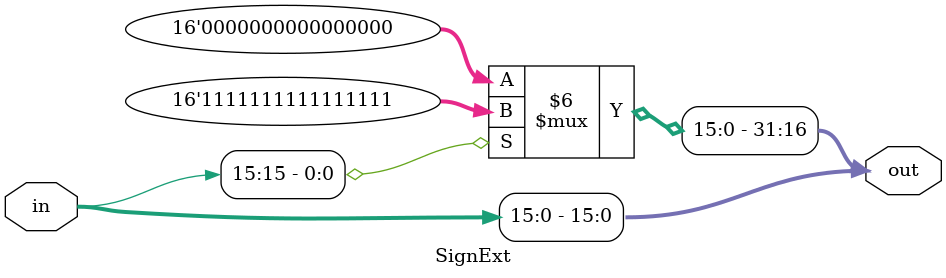
<source format=v>
`timescale 1ns /1ps
module SignExt(
	input [15:0]in,
	output reg[31:0]out
);
always@(*)
begin
	if(in[15]==1)
	begin
		out[31:16]=16'd65535;
		out[15:0]=in;
	end
	else
	begin
		out[31:16]=16'd0;
		out[15:0]=in;
	end
end
endmodule 
</source>
